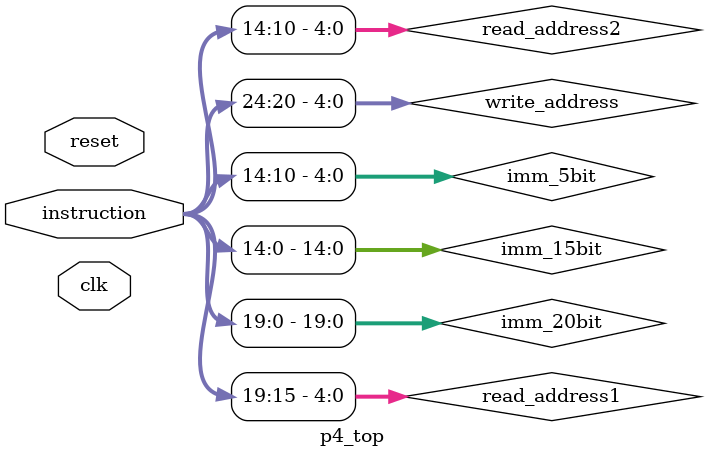
<source format=v>
`include "controller.v"
`include "p3_top.v"

module p4_top (instruction, clk, reset);
  parameter DataSize = 32;
  parameter AddrSize = 5;

  // top
  input [DataSize-1:0]instruction;
  input clk;
  input reset;
  
  // controller
  wire enable_execute;
  wire enable_fetch;
  wire enable_writeback;
  wire [5:0]opcode;
  wire [4:0]sub_opcode;
  wire [1:0]mux4to1_select;
  wire writeback_select;
  wire imm_reg_select;
  wire [31:0] PC;
  
  /* p3_top */
  // regfile
  wire [AddrSize-1:0]read_address1 = instruction[19:15];
  wire [AddrSize-1:0]read_address2 = instruction[14:10];
  wire [AddrSize-1:0]write_address = instruction[24:20];
  //imm_sel
  wire [4:0]imm_5bit = instruction[14:10];
  wire [14:0]imm_15bit = instruction[14:0];
  wire [19:0]imm_20bit = instruction[19:0];
  // alu
  wire alu_overflow;

  controller conrtoller1 (
    .enable_execute(enable_execute),
    .enable_fetch(enable_fetch),
    .enable_writeback(enable_writeback),
    .opcode(opcode),
    .sub_opcode(sub_opcode),
    .mux4to1_select(mux4to1_select),
    .writeback_select(writeback_select),
    .imm_reg_select(imm_reg_select),
    .clock(clk),
    .reset(reset),
    .PC(PC),
    .ir(instruction));

  p3_top p3 (
    .clk(clk),
    .rst(reset),
    .read_address1(read_address1),
    .read_address2(read_address2),
    .write_address(write_address),
    .enable_fetch(enable_fetch),
    .enable_writeback(enable_writeback),
    .imm_5bit(imm_5bit),
    .imm_15bit(imm_15bit),
    .imm_20bit(imm_20bit),
    .mux4to1_select(mux4to1_select),
    .mux2to1_select(writeback_select),
    .imm_reg_select(imm_reg_select),
    .enable_execute(enable_execute),
    .opcode(opcode),
    .sub_opcode(sub_opcode),
    .alu_overflow(alu_overflow));

endmodule

</source>
